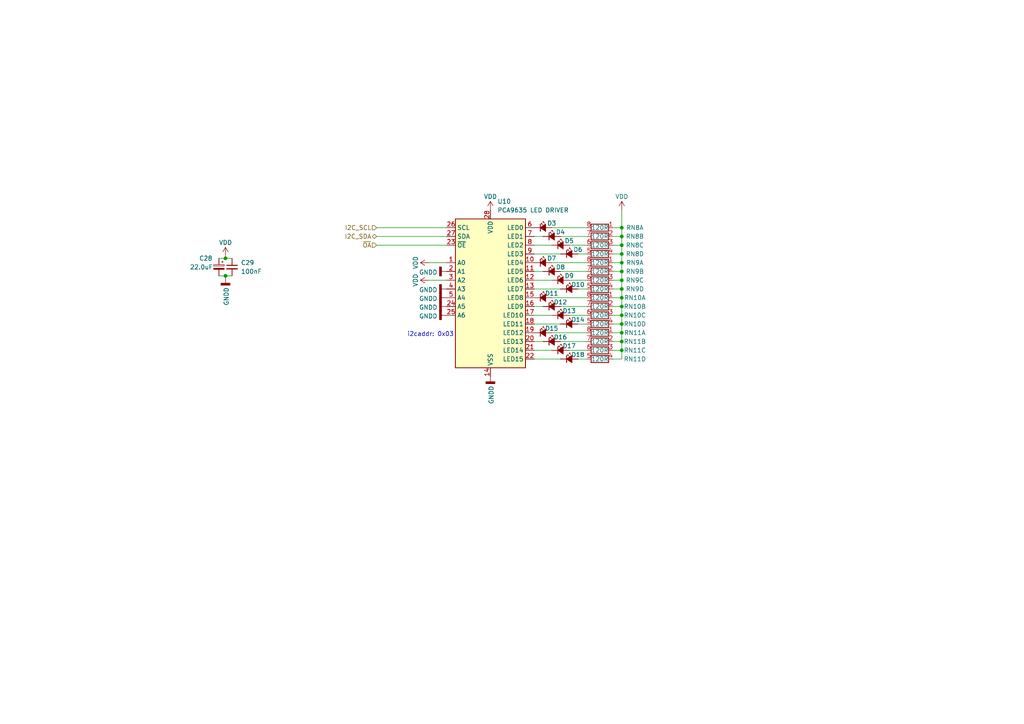
<source format=kicad_sch>
(kicad_sch (version 20250114) (generator "eeschema") (generator_version "9.0")
  (paper "A4")
  (lib_symbols
    (symbol "Device:C_Polarized_Small" (pin_numbers (hide yes)) (pin_names (offset 0.254) (hide yes))
      (property "Reference" "C" (at 0.254 1.778 0))
      (property "Value" "C_Polarized_Small" (at 0.254 -2.032 0))
      (symbol "C_Polarized_Small_0_1"
        (rectangle (start -1.524 0.6858) (end 1.524 0.3048))
        (rectangle (start -1.524 -0.3048) (end 1.524 -0.6858) (fill (type outline)))
        (polyline (pts (xy -1.27 1.524) (xy -0.762 1.524)))
        (polyline (pts (xy -1.016 1.27) (xy -1.016 1.778)))
      )
      (symbol "C_Polarized_Small_1_1"
        (pin passive line (at 0 2.54 270) (length 1.8542) (name "~") (number "1"))
        (pin passive line (at 0 -2.54 90) (length 1.8542) (name "~") (number "2"))
      )
    )
    (symbol "Device:C_Small" (pin_numbers (hide yes)) (pin_names (offset 0.254) (hide yes))
      (property "Reference" "C" (at 0.254 1.778 0))
      (property "Value" "C_Small" (at 0.254 -2.032 0))
      (symbol "C_Small_0_1"
        (polyline (pts (xy -1.524 0.508) (xy 1.524 0.508)) (stroke (width 0.3048)))
        (polyline (pts (xy -1.524 -0.508) (xy 1.524 -0.508)) (stroke (width 0.3302)))
      )
      (symbol "C_Small_1_1"
        (pin passive line (at 0 2.54 270) (length 2.032) (name "~") (number "1"))
        (pin passive line (at 0 -2.54 90) (length 2.032) (name "~") (number "2"))
      )
    )
    (symbol "Device:LED_Small_Filled" (pin_numbers (hide yes)) (pin_names (offset 0.254) (hide yes))
      (property "Reference" "D" (at -1.27 3.175 0))
      (property "Value" "LED_Small_Filled" (at -4.445 -2.54 0))
      (symbol "LED_Small_Filled_0_1"
        (polyline (pts (xy -0.762 -1.016) (xy -0.762 1.016)) (stroke (width 0.254)))
        (polyline (pts (xy 0 0.762) (xy -0.508 1.27) (xy -0.254 1.27) (xy -0.508 1.27) (xy -0.508 1.016)))
        (polyline (pts (xy 0.508 1.27) (xy 0 1.778) (xy 0.254 1.778) (xy 0 1.778) (xy 0 1.524)))
        (polyline (pts (xy 0.762 -1.016) (xy -0.762 0) (xy 0.762 1.016) (xy 0.762 -1.016)) (stroke (width 0.254)) (fill (type outline)))
        (polyline (pts (xy 1.016 0) (xy -0.762 0)))
      )
      (symbol "LED_Small_Filled_1_1"
        (pin passive line (at -2.54 0 0) (length 1.778) (name "K") (number "1"))
        (pin passive line (at 2.54 0 180) (length 1.778) (name "A") (number "2"))
      )
    )
    (symbol "Device:R_Pack04_Split" (pin_names (offset 0) (hide yes))
      (property "Reference" "RN" (at 2.032 0 90))
      (property "Value" "R_Pack04_Split" (at 0 0 90))
      (symbol "R_Pack04_Split_0_1"
        (rectangle (start 1.016 2.54) (end -1.016 -2.54) (stroke (width 0.254)))
      )
      (symbol "R_Pack04_Split_1_1"
        (pin passive line (at 0 3.81 270) (length 1.27) (name "R1.2") (number "8"))
        (pin passive line (at 0 -3.81 90) (length 1.27) (name "R1.1") (number "1"))
      )
      (symbol "R_Pack04_Split_2_1"
        (pin passive line (at 0 3.81 270) (length 1.27) (name "R2.2") (number "7"))
        (pin passive line (at 0 -3.81 90) (length 1.27) (name "R2.1") (number "2"))
      )
      (symbol "R_Pack04_Split_3_1"
        (pin passive line (at 0 3.81 270) (length 1.27) (name "R3.2") (number "6"))
        (pin passive line (at 0 -3.81 90) (length 1.27) (name "R3.1") (number "3"))
      )
      (symbol "R_Pack04_Split_4_1"
        (pin passive line (at 0 3.81 270) (length 1.27) (name "R4.2") (number "5"))
        (pin passive line (at 0 -3.81 90) (length 1.27) (name "R4.1") (number "4"))
      )
    )
    (symbol "Driver_LED:PCA9635"
      (property "Reference" "U" (at -10.16 24.13 0))
      (property "Value" "PCA9635" (at 2.54 -21.59 0))
      (symbol "PCA9635_0_1"
        (rectangle (start -10.16 22.86) (end 10.16 -20.32) (stroke (width 0.254)) (fill (type background)))
      )
      (symbol "PCA9635_1_1"
        (pin input line (at -12.7 20.32 0) (length 2.54) (name "SCL") (number "26"))
        (pin bidirectional line (at -12.7 17.78 0) (length 2.54) (name "SDA") (number "27"))
        (pin input line (at -12.7 15.24 0) (length 2.54) (name "~{OE}") (number "23"))
        (pin input line (at -12.7 10.16 0) (length 2.54) (name "A0") (number "1"))
        (pin input line (at -12.7 7.62 0) (length 2.54) (name "A1") (number "2"))
        (pin input line (at -12.7 5.08 0) (length 2.54) (name "A2") (number "3"))
        (pin input line (at -12.7 2.54 0) (length 2.54) (name "A3") (number "4"))
        (pin input line (at -12.7 0 0) (length 2.54) (name "A4") (number "5"))
        (pin input line (at -12.7 -2.54 0) (length 2.54) (name "A5") (number "24"))
        (pin input line (at -12.7 -5.08 0) (length 2.54) (name "A6") (number "25"))
        (pin power_in line (at 0 25.4 270) (length 2.54) (name "VDD") (number "28"))
        (pin power_in line (at 0 -22.86 90) (length 2.54) (name "VSS") (number "14"))
        (pin output line (at 12.7 20.32 180) (length 2.54) (name "LED0") (number "6"))
        (pin output line (at 12.7 17.78 180) (length 2.54) (name "LED1") (number "7"))
        (pin output line (at 12.7 15.24 180) (length 2.54) (name "LED2") (number "8"))
        (pin output line (at 12.7 12.7 180) (length 2.54) (name "LED3") (number "9"))
        (pin output line (at 12.7 10.16 180) (length 2.54) (name "LED4") (number "10"))
        (pin output line (at 12.7 7.62 180) (length 2.54) (name "LED5") (number "11"))
        (pin output line (at 12.7 5.08 180) (length 2.54) (name "LED6") (number "12"))
        (pin output line (at 12.7 2.54 180) (length 2.54) (name "LED7") (number "13"))
        (pin output line (at 12.7 0 180) (length 2.54) (name "LED8") (number "15"))
        (pin output line (at 12.7 -2.54 180) (length 2.54) (name "LED9") (number "16"))
        (pin output line (at 12.7 -5.08 180) (length 2.54) (name "LED10") (number "17"))
        (pin output line (at 12.7 -7.62 180) (length 2.54) (name "LED11") (number "18"))
        (pin output line (at 12.7 -10.16 180) (length 2.54) (name "LED12") (number "19"))
        (pin output line (at 12.7 -12.7 180) (length 2.54) (name "LED13") (number "20"))
        (pin output line (at 12.7 -15.24 180) (length 2.54) (name "LED14") (number "21"))
        (pin output line (at 12.7 -17.78 180) (length 2.54) (name "LED15") (number "22"))
      )
    )
    (symbol "power:GNDD" (power) (pin_names (offset 0))
      (property "Value" "GNDD" (at 0 -3.175 0))
      (symbol "GNDD_0_1"
        (rectangle (start -1.27 -1.524) (end 1.27 -2.032) (stroke (width 0.254)) (fill (type outline)))
        (polyline (pts (xy 0 0) (xy 0 -1.524)))
      )
      (symbol "GNDD_1_1"
        (pin power_in line (at 0 0 270) (length 0) (hide yes) (name "GNDD") (number "1"))
      )
    )
    (symbol "power:VDD" (power) (pin_names (offset 0))
      (property "Value" "VDD" (at 0 3.81 0))
      (symbol "VDD_0_1"
        (polyline (pts (xy -0.762 1.27) (xy 0 2.54)))
        (polyline (pts (xy 0 2.54) (xy 0.762 1.27)))
        (polyline (pts (xy 0 0) (xy 0 2.54)))
      )
      (symbol "VDD_1_1"
        (pin power_in line (at 0 0 90) (length 0) (hide yes) (name "VDD") (number "1"))
      )
    )
  )
  (text "i2caddr: 0x03" (at 118.11 97.79 0) (effects (font (size 1.27 1.27)) (justify left bottom)))
  (junction (at 180.34 78.74))
  (junction (at 180.34 99.06))
  (junction (at 180.34 76.2))
  (junction (at 180.34 68.58))
  (junction (at 180.34 81.28))
  (junction (at 180.34 66.04))
  (junction (at 180.34 83.82))
  (junction (at 180.34 101.6))
  (junction (at 180.34 86.36))
  (junction (at 65.405 80.01))
  (junction (at 180.34 88.9))
  (junction (at 180.34 96.52))
  (junction (at 180.34 91.44))
  (junction (at 65.405 74.93))
  (junction (at 180.34 73.66))
  (junction (at 180.34 93.98))
  (junction (at 180.34 71.12))
  (wire (pts (xy 180.34 71.12) (xy 180.34 73.66)))
  (wire (pts (xy 165.1 91.44) (xy 170.18 91.44)))
  (wire (pts (xy 124.46 81.28) (xy 129.54 81.28)))
  (wire (pts (xy 180.34 88.9) (xy 180.34 91.44)))
  (wire (pts (xy 180.34 73.66) (xy 180.34 76.2)))
  (wire (pts (xy 177.8 81.28) (xy 180.34 81.28)))
  (wire (pts (xy 167.64 83.82) (xy 170.18 83.82)))
  (wire (pts (xy 180.34 78.74) (xy 180.34 81.28)))
  (wire (pts (xy 65.405 74.295) (xy 65.405 74.93)))
  (wire (pts (xy 154.94 101.6) (xy 160.02 101.6)))
  (wire (pts (xy 177.8 71.12) (xy 180.34 71.12)))
  (wire (pts (xy 180.34 66.04) (xy 180.34 68.58)))
  (wire (pts (xy 109.22 71.12) (xy 129.54 71.12)))
  (wire (pts (xy 177.8 99.06) (xy 180.34 99.06)))
  (wire (pts (xy 180.34 104.14) (xy 177.8 104.14)))
  (wire (pts (xy 154.94 99.06) (xy 157.48 99.06)))
  (wire (pts (xy 177.8 68.58) (xy 180.34 68.58)))
  (wire (pts (xy 65.405 74.93) (xy 67.31 74.93)))
  (wire (pts (xy 180.34 101.6) (xy 180.34 104.14)))
  (wire (pts (xy 177.8 78.74) (xy 180.34 78.74)))
  (wire (pts (xy 180.34 76.2) (xy 180.34 78.74)))
  (wire (pts (xy 180.34 86.36) (xy 180.34 88.9)))
  (wire (pts (xy 177.8 96.52) (xy 180.34 96.52)))
  (wire (pts (xy 160.02 66.04) (xy 170.18 66.04)))
  (wire (pts (xy 154.94 81.28) (xy 160.02 81.28)))
  (wire (pts (xy 177.8 83.82) (xy 180.34 83.82)))
  (wire (pts (xy 154.94 104.14) (xy 162.56 104.14)))
  (wire (pts (xy 65.405 80.01) (xy 67.31 80.01)))
  (wire (pts (xy 165.1 101.6) (xy 170.18 101.6)))
  (wire (pts (xy 177.8 66.04) (xy 180.34 66.04)))
  (wire (pts (xy 180.34 99.06) (xy 180.34 101.6)))
  (wire (pts (xy 177.8 91.44) (xy 180.34 91.44)))
  (wire (pts (xy 162.56 99.06) (xy 170.18 99.06)))
  (wire (pts (xy 180.34 83.82) (xy 180.34 86.36)))
  (wire (pts (xy 63.5 74.93) (xy 65.405 74.93)))
  (wire (pts (xy 63.5 80.01) (xy 65.405 80.01)))
  (wire (pts (xy 167.64 93.98) (xy 170.18 93.98)))
  (wire (pts (xy 177.8 73.66) (xy 180.34 73.66)))
  (wire (pts (xy 177.8 88.9) (xy 180.34 88.9)))
  (wire (pts (xy 167.64 73.66) (xy 170.18 73.66)))
  (wire (pts (xy 154.94 71.12) (xy 160.02 71.12)))
  (wire (pts (xy 180.34 93.98) (xy 180.34 96.52)))
  (wire (pts (xy 154.94 88.9) (xy 157.48 88.9)))
  (wire (pts (xy 180.34 91.44) (xy 180.34 93.98)))
  (wire (pts (xy 154.94 68.58) (xy 157.48 68.58)))
  (wire (pts (xy 124.46 76.2) (xy 129.54 76.2)))
  (wire (pts (xy 154.94 93.98) (xy 162.56 93.98)))
  (wire (pts (xy 165.1 71.12) (xy 170.18 71.12)))
  (wire (pts (xy 180.34 60.96) (xy 180.34 66.04)))
  (wire (pts (xy 154.94 73.66) (xy 162.56 73.66)))
  (wire (pts (xy 177.8 86.36) (xy 180.34 86.36)))
  (wire (pts (xy 167.64 104.14) (xy 170.18 104.14)))
  (wire (pts (xy 162.56 78.74) (xy 170.18 78.74)))
  (wire (pts (xy 160.02 96.52) (xy 170.18 96.52)))
  (wire (pts (xy 109.22 68.58) (xy 129.54 68.58)))
  (wire (pts (xy 160.02 86.36) (xy 170.18 86.36)))
  (wire (pts (xy 154.94 83.82) (xy 162.56 83.82)))
  (wire (pts (xy 109.22 66.04) (xy 129.54 66.04)))
  (wire (pts (xy 154.94 78.74) (xy 157.48 78.74)))
  (wire (pts (xy 177.8 76.2) (xy 180.34 76.2)))
  (wire (pts (xy 177.8 93.98) (xy 180.34 93.98)))
  (wire (pts (xy 154.94 91.44) (xy 160.02 91.44)))
  (wire (pts (xy 65.405 80.01) (xy 65.405 80.645)))
  (wire (pts (xy 160.02 76.2) (xy 170.18 76.2)))
  (wire (pts (xy 180.34 81.28) (xy 180.34 83.82)))
  (wire (pts (xy 180.34 68.58) (xy 180.34 71.12)))
  (wire (pts (xy 180.34 96.52) (xy 180.34 99.06)))
  (wire (pts (xy 165.1 81.28) (xy 170.18 81.28)))
  (wire (pts (xy 162.56 88.9) (xy 170.18 88.9)))
  (wire (pts (xy 177.8 101.6) (xy 180.34 101.6)))
  (wire (pts (xy 162.56 68.58) (xy 170.18 68.58)))
  (hierarchical_label "I2C_SCL" (shape input) (at 109.22 66.04 180))
  (hierarchical_label "~{OA}" (shape input) (at 109.22 71.12 180))
  (hierarchical_label "I2C_SDA" (shape bidirectional) (at 109.22 68.58 180))
  (symbol (lib_id "Device:LED_Small_Filled") (at 162.56 101.6 0) (unit 1)
    (property "Reference" "D17" (at 165.1 100.33 0))
    (property "Value" "LED 0402 GREEN" (effects (hide yes)))
    (property "Footprint" "LED_SMD:LED_0402_1005Metric" (effects (hide yes)))
    (property "Datasheet" "https://datasheet.lcsc.com/lcsc/2211021630_XINGLIGHT-XL-1005UGC_C2856703.pdf" (effects (hide yes)))
    (property "lcsc#" "C2856703" (effects (hide yes)))
    (property "mfg#" "XL-1005UGC" (effects (hide yes)))
  )
  (symbol (lib_id "Device:LED_Small_Filled") (at 160.02 68.58 0) (unit 1)
    (property "Reference" "D4" (at 162.56 67.31 0))
    (property "Value" "LED 0402 RED" (effects (hide yes)))
    (property "Footprint" "LED_SMD:LED_0402_1005Metric" (effects (hide yes)))
    (property "Datasheet" "https://datasheet.lcsc.com/lcsc/2211030000_XINGLIGHT-XL-1005SURC_C965790.pdf" (effects (hide yes)))
    (property "lcsc#" "C965790" (effects (hide yes)))
    (property "mfg#" "XL-1005SURC" (effects (hide yes)))
  )
  (symbol (lib_id "Device:LED_Small_Filled") (at 157.48 86.36 0) (unit 1)
    (property "Reference" "D11" (at 160.02 85.09 0))
    (property "Value" "LED 0402 GREEN" (effects (hide yes)))
    (property "Footprint" "LED_SMD:LED_0402_1005Metric" (effects (hide yes)))
    (property "Datasheet" "https://datasheet.lcsc.com/lcsc/2211021630_XINGLIGHT-XL-1005UGC_C2856703.pdf" (effects (hide yes)))
    (property "lcsc#" "C2856703" (effects (hide yes)))
    (property "mfg#" "XL-1005UGC" (effects (hide yes)))
  )
  (symbol (lib_id "Device:LED_Small_Filled") (at 162.56 71.12 0) (unit 1)
    (property "Reference" "D5" (at 165.1 69.85 0))
    (property "Value" "LED 0402 GREEN" (effects (hide yes)))
    (property "Footprint" "LED_SMD:LED_0402_1005Metric" (effects (hide yes)))
    (property "Datasheet" "https://datasheet.lcsc.com/lcsc/2211021630_XINGLIGHT-XL-1005UGC_C2856703.pdf" (effects (hide yes)))
    (property "lcsc#" "C2856703" (effects (hide yes)))
    (property "mfg#" "XL-1005UGC" (effects (hide yes)))
  )
  (symbol (lib_id "Driver_LED:PCA9635") (at 142.24 86.36 0) (unit 1)
    (property "Reference" "U10" (at 144.2594 58.42 0) (effects (justify left)))
    (property "Value" "PCA9635 LED DRIVER" (at 144.2594 60.96 0) (effects (justify left)))
    (property "Footprint" "Package_SO:TSSOP-28_4.4x9.7mm_P0.65mm" (effects (hide yes)))
    (property "Datasheet" "https://www.nxp.com/docs/en/data-sheet/PCA9635.pdf" (effects (hide yes)))
    (property "lcsc#" "C110795" (effects (hide yes)))
    (property "dig#" "568-4067-1-ND" (effects (hide yes)))
    (property "mfg#" "PCA9635PW,118" (effects (hide yes)))
  )
  (symbol (lib_id "Device:R_Pack04_Split") (at 173.99 96.52 90) (unit 1)
    (property "Reference" "RN11" (at 184.15 96.52 90))
    (property "Value" "120R" (at 173.99 96.52 90))
    (property "Footprint" "Resistor_SMD:R_Array_Convex_4x0402" (effects (hide yes)))
    (property "Datasheet" "https://datasheet.lcsc.com/lcsc/1811141242_YAGEO-YC124-JR-07100RL_C326873.pdf" (effects (hide yes)))
    (property "mfg#" "YC124-JR-07120RL" (effects (hide yes)))
    (property "lcsc#" "C326871" (effects (hide yes)))
  )
  (symbol (lib_id "power:GNDD") (at 129.54 88.9 270) (unit 1)
    (property "Reference" "#PWR0111" (effects (hide yes)))
    (property "Value" "GNDD" (at 124.206 89.154 90))
  )
  (symbol (lib_id "Device:LED_Small_Filled") (at 165.1 93.98 0) (unit 1)
    (property "Reference" "D14" (at 167.64 92.71 0))
    (property "Value" "LED 0402 RED" (effects (hide yes)))
    (property "Footprint" "LED_SMD:LED_0402_1005Metric" (effects (hide yes)))
    (property "Datasheet" "https://datasheet.lcsc.com/lcsc/2211030000_XINGLIGHT-XL-1005SURC_C965790.pdf" (effects (hide yes)))
    (property "lcsc#" "C965790" (effects (hide yes)))
    (property "mfg#" "XL-1005SURC" (effects (hide yes)))
  )
  (symbol (lib_id "Device:LED_Small_Filled") (at 157.48 96.52 0) (unit 1)
    (property "Reference" "D15" (at 160.02 95.25 0))
    (property "Value" "LED 0402 GREEN" (effects (hide yes)))
    (property "Footprint" "LED_SMD:LED_0402_1005Metric" (effects (hide yes)))
    (property "Datasheet" "https://datasheet.lcsc.com/lcsc/2211021630_XINGLIGHT-XL-1005UGC_C2856703.pdf" (effects (hide yes)))
    (property "lcsc#" "C2856703" (effects (hide yes)))
    (property "mfg#" "XL-1005UGC" (effects (hide yes)))
  )
  (symbol (lib_id "power:GNDD") (at 65.405 80.645 0) (unit 1)
    (property "Reference" "#PWR049" (effects (hide yes)))
    (property "Value" "GNDD" (at 65.659 85.979 90))
  )
  (symbol (lib_id "power:GNDD") (at 129.54 83.82 270) (unit 1)
    (property "Reference" "#PWR0109" (effects (hide yes)))
    (property "Value" "GNDD" (at 124.206 84.074 90))
  )
  (symbol (lib_id "Device:R_Pack04_Split") (at 173.99 86.36 90) (unit 1)
    (property "Reference" "RN10" (at 184.15 86.36 90))
    (property "Value" "120R" (at 173.99 86.36 90))
    (property "Footprint" "Resistor_SMD:R_Array_Convex_4x0402" (effects (hide yes)))
    (property "Datasheet" "https://datasheet.lcsc.com/lcsc/1811141242_YAGEO-YC124-JR-07100RL_C326873.pdf" (effects (hide yes)))
    (property "mfg#" "YC124-JR-07120RL" (effects (hide yes)))
    (property "lcsc#" "C326871" (effects (hide yes)))
  )
  (symbol (lib_id "power:VDD") (at 142.24 60.96 0) (unit 1)
    (property "Reference" "#PWR0102" (effects (hide yes)))
    (property "Value" "VDD" (at 142.24 57.023 0))
  )
  (symbol (lib_id "Device:R_Pack04_Split") (at 173.99 76.2 90) (unit 1)
    (property "Reference" "RN9" (at 184.15 76.2 90))
    (property "Value" "120R" (at 173.99 76.2 90))
    (property "Footprint" "Resistor_SMD:R_Array_Convex_4x0402" (effects (hide yes)))
    (property "Datasheet" "https://datasheet.lcsc.com/lcsc/1811141242_YAGEO-YC124-JR-07100RL_C326873.pdf" (effects (hide yes)))
    (property "mfg#" "YC124-JR-07120RL" (effects (hide yes)))
    (property "lcsc#" "C326871" (effects (hide yes)))
  )
  (symbol (lib_id "Device:LED_Small_Filled") (at 157.48 76.2 0) (unit 1)
    (property "Reference" "D7" (at 160.02 74.93 0))
    (property "Value" "LED 0402 GREEN" (effects (hide yes)))
    (property "Footprint" "LED_SMD:LED_0402_1005Metric" (effects (hide yes)))
    (property "Datasheet" "https://datasheet.lcsc.com/lcsc/2211021630_XINGLIGHT-XL-1005UGC_C2856703.pdf" (effects (hide yes)))
    (property "lcsc#" "C2856703" (effects (hide yes)))
    (property "mfg#" "XL-1005UGC" (effects (hide yes)))
  )
  (symbol (lib_id "Device:LED_Small_Filled") (at 165.1 83.82 0) (unit 1)
    (property "Reference" "D10" (at 167.64 82.55 0))
    (property "Value" "LED 0402 RED" (effects (hide yes)))
    (property "Footprint" "LED_SMD:LED_0402_1005Metric" (effects (hide yes)))
    (property "Datasheet" "https://datasheet.lcsc.com/lcsc/2211030000_XINGLIGHT-XL-1005SURC_C965790.pdf" (effects (hide yes)))
    (property "lcsc#" "C965790" (effects (hide yes)))
    (property "mfg#" "XL-1005SURC" (effects (hide yes)))
  )
  (symbol (lib_id "Device:LED_Small_Filled") (at 162.56 81.28 0) (unit 1)
    (property "Reference" "D9" (at 165.1 80.01 0))
    (property "Value" "LED 0402 GREEN" (effects (hide yes)))
    (property "Footprint" "LED_SMD:LED_0402_1005Metric" (effects (hide yes)))
    (property "Datasheet" "https://datasheet.lcsc.com/lcsc/2211021630_XINGLIGHT-XL-1005UGC_C2856703.pdf" (effects (hide yes)))
    (property "lcsc#" "C2856703" (effects (hide yes)))
    (property "mfg#" "XL-1005UGC" (effects (hide yes)))
  )
  (symbol (lib_id "Device:R_Pack04_Split") (at 173.99 104.14 90) (unit 4)
    (property "Reference" "RN11" (at 184.15 104.14 90))
    (property "Value" "120R" (at 173.99 104.14 90))
    (property "Footprint" "Resistor_SMD:R_Array_Convex_4x0402" (effects (hide yes)))
    (property "Datasheet" "https://datasheet.lcsc.com/lcsc/1811141242_YAGEO-YC124-JR-07100RL_C326873.pdf" (effects (hide yes)))
    (property "mfg#" "YC124-JR-07120RL" (effects (hide yes)))
    (property "lcsc#" "C326871" (effects (hide yes)))
  )
  (symbol (lib_id "power:GNDD") (at 129.54 86.36 270) (unit 1)
    (property "Reference" "#PWR0110" (effects (hide yes)))
    (property "Value" "GNDD" (at 124.206 86.614 90))
  )
  (symbol (lib_id "Device:LED_Small_Filled") (at 165.1 104.14 0) (unit 1)
    (property "Reference" "D18" (at 167.64 102.87 0))
    (property "Value" "LED 0402 RED" (effects (hide yes)))
    (property "Footprint" "LED_SMD:LED_0402_1005Metric" (effects (hide yes)))
    (property "Datasheet" "https://datasheet.lcsc.com/lcsc/2211030000_XINGLIGHT-XL-1005SURC_C965790.pdf" (effects (hide yes)))
    (property "lcsc#" "C965790" (effects (hide yes)))
    (property "mfg#" "XL-1005SURC" (effects (hide yes)))
  )
  (symbol (lib_id "Device:R_Pack04_Split") (at 173.99 83.82 90) (unit 4)
    (property "Reference" "RN9" (at 184.15 83.82 90))
    (property "Value" "120R" (at 173.99 83.82 90))
    (property "Footprint" "Resistor_SMD:R_Array_Convex_4x0402" (effects (hide yes)))
    (property "Datasheet" "https://datasheet.lcsc.com/lcsc/1811141242_YAGEO-YC124-JR-07100RL_C326873.pdf" (effects (hide yes)))
    (property "mfg#" "YC124-JR-07120RL" (effects (hide yes)))
    (property "lcsc#" "C326871" (effects (hide yes)))
  )
  (symbol (lib_id "Device:C_Small") (at 67.31 77.47 0) (unit 1)
    (property "Reference" "C29" (at 69.85 76.2062 0) (effects (justify left)))
    (property "Value" "100nF" (at 69.85 78.7462 0) (effects (justify left)))
    (property "Footprint" "Capacitor_SMD:C_0603_1608Metric" (effects (hide yes)))
    (property "Datasheet" "https://datasheet.lcsc.com/lcsc/1912111437_TDK-C1608X7R1E104KT000N_C338036.pdf" (effects (hide yes)))
    (property "lcsc#" "C338036" (effects (hide yes)))
    (property "mfg#" "C1608X7R1E104KT000N" (effects (hide yes)))
  )
  (symbol (lib_id "Device:R_Pack04_Split") (at 173.99 66.04 90) (unit 1)
    (property "Reference" "RN8" (at 184.15 66.04 90))
    (property "Value" "120R" (at 173.99 66.04 90))
    (property "Footprint" "Resistor_SMD:R_Array_Convex_4x0402" (effects (hide yes)))
    (property "Datasheet" "https://datasheet.lcsc.com/lcsc/1811141242_YAGEO-YC124-JR-07100RL_C326873.pdf" (effects (hide yes)))
    (property "mfg#" "YC124-JR-07120RL" (effects (hide yes)))
    (property "lcsc#" "C326871" (effects (hide yes)))
  )
  (symbol (lib_id "Device:R_Pack04_Split") (at 173.99 93.98 90) (unit 4)
    (property "Reference" "RN10" (at 184.15 93.98 90))
    (property "Value" "120R" (at 173.99 93.98 90))
    (property "Footprint" "Resistor_SMD:R_Array_Convex_4x0402" (effects (hide yes)))
    (property "Datasheet" "https://datasheet.lcsc.com/lcsc/1811141242_YAGEO-YC124-JR-07100RL_C326873.pdf" (effects (hide yes)))
    (property "mfg#" "YC124-JR-07120RL" (effects (hide yes)))
    (property "lcsc#" "C326871" (effects (hide yes)))
  )
  (symbol (lib_id "Device:LED_Small_Filled") (at 160.02 99.06 0) (unit 1)
    (property "Reference" "D16" (at 162.56 97.79 0))
    (property "Value" "LED 0402 RED" (effects (hide yes)))
    (property "Footprint" "LED_SMD:LED_0402_1005Metric" (effects (hide yes)))
    (property "Datasheet" "https://datasheet.lcsc.com/lcsc/2211030000_XINGLIGHT-XL-1005SURC_C965790.pdf" (effects (hide yes)))
    (property "lcsc#" "C965790" (effects (hide yes)))
    (property "mfg#" "XL-1005SURC" (effects (hide yes)))
  )
  (symbol (lib_id "Device:R_Pack04_Split") (at 173.99 101.6 90) (unit 3)
    (property "Reference" "RN11" (at 184.15 101.6 90))
    (property "Value" "120R" (at 173.99 101.6 90))
    (property "Footprint" "Resistor_SMD:R_Array_Convex_4x0402" (effects (hide yes)))
    (property "Datasheet" "https://datasheet.lcsc.com/lcsc/1811141242_YAGEO-YC124-JR-07100RL_C326873.pdf" (effects (hide yes)))
    (property "mfg#" "YC124-JR-07120RL" (effects (hide yes)))
    (property "lcsc#" "C326871" (effects (hide yes)))
  )
  (symbol (lib_id "power:VDD") (at 124.46 81.28 90) (unit 1)
    (property "Reference" "#PWR0108" (effects (hide yes)))
    (property "Value" "VDD" (at 120.523 81.28 0))
  )
  (symbol (lib_id "power:VDD") (at 180.34 60.96 0) (unit 1)
    (property "Reference" "#PWR0103" (effects (hide yes)))
    (property "Value" "VDD" (at 180.34 57.023 0))
  )
  (symbol (lib_id "Device:R_Pack04_Split") (at 173.99 68.58 90) (unit 2)
    (property "Reference" "RN8" (at 184.15 68.58 90))
    (property "Value" "120R" (at 173.99 68.58 90))
    (property "Footprint" "Resistor_SMD:R_Array_Convex_4x0402" (effects (hide yes)))
    (property "Datasheet" "https://datasheet.lcsc.com/lcsc/1811141242_YAGEO-YC124-JR-07100RL_C326873.pdf" (effects (hide yes)))
    (property "mfg#" "YC124-JR-07120RL" (effects (hide yes)))
    (property "lcsc#" "C326871" (effects (hide yes)))
  )
  (symbol (lib_id "Device:R_Pack04_Split") (at 173.99 88.9 90) (unit 2)
    (property "Reference" "RN10" (at 184.15 88.9 90))
    (property "Value" "120R" (at 173.99 88.9 90))
    (property "Footprint" "Resistor_SMD:R_Array_Convex_4x0402" (effects (hide yes)))
    (property "Datasheet" "https://datasheet.lcsc.com/lcsc/1811141242_YAGEO-YC124-JR-07100RL_C326873.pdf" (effects (hide yes)))
    (property "mfg#" "YC124-JR-07120RL" (effects (hide yes)))
    (property "lcsc#" "C326871" (effects (hide yes)))
  )
  (symbol (lib_id "Device:R_Pack04_Split") (at 173.99 78.74 90) (unit 2)
    (property "Reference" "RN9" (at 184.15 78.74 90))
    (property "Value" "120R" (at 173.99 78.74 90))
    (property "Footprint" "Resistor_SMD:R_Array_Convex_4x0402" (effects (hide yes)))
    (property "Datasheet" "https://datasheet.lcsc.com/lcsc/1811141242_YAGEO-YC124-JR-07100RL_C326873.pdf" (effects (hide yes)))
    (property "mfg#" "YC124-JR-07120RL" (effects (hide yes)))
    (property "lcsc#" "C326871" (effects (hide yes)))
  )
  (symbol (lib_id "power:GNDD") (at 129.54 91.44 270) (unit 1)
    (property "Reference" "#PWR0112" (effects (hide yes)))
    (property "Value" "GNDD" (at 124.206 91.694 90))
  )
  (symbol (lib_id "power:GNDD") (at 142.24 109.22 0) (unit 1)
    (property "Reference" "#PWR0113" (effects (hide yes)))
    (property "Value" "GNDD" (at 142.494 114.554 90))
  )
  (symbol (lib_id "Device:LED_Small_Filled") (at 162.56 91.44 0) (unit 1)
    (property "Reference" "D13" (at 165.1 90.17 0))
    (property "Value" "LED 0402 GREEN" (effects (hide yes)))
    (property "Footprint" "LED_SMD:LED_0402_1005Metric" (effects (hide yes)))
    (property "Datasheet" "https://datasheet.lcsc.com/lcsc/2211021630_XINGLIGHT-XL-1005UGC_C2856703.pdf" (effects (hide yes)))
    (property "lcsc#" "C2856703" (effects (hide yes)))
    (property "mfg#" "XL-1005UGC" (effects (hide yes)))
  )
  (symbol (lib_id "Device:R_Pack04_Split") (at 173.99 99.06 90) (unit 2)
    (property "Reference" "RN11" (at 184.15 99.06 90))
    (property "Value" "120R" (at 173.99 99.06 90))
    (property "Footprint" "Resistor_SMD:R_Array_Convex_4x0402" (effects (hide yes)))
    (property "Datasheet" "https://datasheet.lcsc.com/lcsc/1811141242_YAGEO-YC124-JR-07100RL_C326873.pdf" (effects (hide yes)))
    (property "mfg#" "YC124-JR-07120RL" (effects (hide yes)))
    (property "lcsc#" "C326871" (effects (hide yes)))
  )
  (symbol (lib_id "Device:LED_Small_Filled") (at 160.02 88.9 0) (unit 1)
    (property "Reference" "D12" (at 162.56 87.63 0))
    (property "Value" "LED 0402 RED" (effects (hide yes)))
    (property "Footprint" "LED_SMD:LED_0402_1005Metric" (effects (hide yes)))
    (property "Datasheet" "https://datasheet.lcsc.com/lcsc/2211030000_XINGLIGHT-XL-1005SURC_C965790.pdf" (effects (hide yes)))
    (property "lcsc#" "C965790" (effects (hide yes)))
    (property "mfg#" "XL-1005SURC" (effects (hide yes)))
  )
  (symbol (lib_id "Device:LED_Small_Filled") (at 165.1 73.66 0) (unit 1)
    (property "Reference" "D6" (at 167.64 72.39 0))
    (property "Value" "LED 0402 RED" (effects (hide yes)))
    (property "Footprint" "LED_SMD:LED_0402_1005Metric" (effects (hide yes)))
    (property "Datasheet" "https://datasheet.lcsc.com/lcsc/2211030000_XINGLIGHT-XL-1005SURC_C965790.pdf" (effects (hide yes)))
    (property "lcsc#" "C965790" (effects (hide yes)))
    (property "mfg#" "XL-1005SURC" (effects (hide yes)))
  )
  (symbol (lib_id "Device:R_Pack04_Split") (at 173.99 73.66 90) (unit 4)
    (property "Reference" "RN8" (at 184.15 73.66 90))
    (property "Value" "120R" (at 173.99 73.66 90))
    (property "Footprint" "Resistor_SMD:R_Array_Convex_4x0402" (effects (hide yes)))
    (property "Datasheet" "https://datasheet.lcsc.com/lcsc/1811141242_YAGEO-YC124-JR-07100RL_C326873.pdf" (effects (hide yes)))
    (property "mfg#" "YC124-JR-07120RL" (effects (hide yes)))
    (property "lcsc#" "C326871" (effects (hide yes)))
  )
  (symbol (lib_id "power:GNDD") (at 129.54 78.74 270) (unit 1)
    (property "Reference" "#PWR0106" (effects (hide yes)))
    (property "Value" "GNDD" (at 124.206 78.994 90))
  )
  (symbol (lib_id "power:VDD") (at 65.405 74.295 0) (unit 1)
    (property "Reference" "#PWR0104" (effects (hide yes)))
    (property "Value" "VDD" (at 65.405 70.358 0))
  )
  (symbol (lib_id "power:VDD") (at 124.46 76.2 90) (unit 1)
    (property "Reference" "#PWR0105" (effects (hide yes)))
    (property "Value" "VDD" (at 120.523 76.2 0))
  )
  (symbol (lib_id "Device:R_Pack04_Split") (at 173.99 81.28 90) (unit 3)
    (property "Reference" "RN9" (at 184.15 81.28 90))
    (property "Value" "120R" (at 173.99 81.28 90))
    (property "Footprint" "Resistor_SMD:R_Array_Convex_4x0402" (effects (hide yes)))
    (property "Datasheet" "https://datasheet.lcsc.com/lcsc/1811141242_YAGEO-YC124-JR-07100RL_C326873.pdf" (effects (hide yes)))
    (property "mfg#" "YC124-JR-07120RL" (effects (hide yes)))
    (property "lcsc#" "C326871" (effects (hide yes)))
  )
  (symbol (lib_id "Device:LED_Small_Filled") (at 160.02 78.74 0) (unit 1)
    (property "Reference" "D8" (at 162.56 77.47 0))
    (property "Value" "LED 0402 RED" (effects (hide yes)))
    (property "Footprint" "LED_SMD:LED_0402_1005Metric" (effects (hide yes)))
    (property "Datasheet" "https://datasheet.lcsc.com/lcsc/2211030000_XINGLIGHT-XL-1005SURC_C965790.pdf" (effects (hide yes)))
    (property "lcsc#" "C965790" (effects (hide yes)))
    (property "mfg#" "XL-1005SURC" (effects (hide yes)))
  )
  (symbol (lib_id "Device:LED_Small_Filled") (at 157.48 66.04 0) (unit 1)
    (property "Reference" "D3" (at 160.02 64.77 0))
    (property "Value" "LED 0402 GREEN" (effects (hide yes)))
    (property "Footprint" "LED_SMD:LED_0402_1005Metric" (effects (hide yes)))
    (property "Datasheet" "https://datasheet.lcsc.com/lcsc/2211021630_XINGLIGHT-XL-1005UGC_C2856703.pdf" (effects (hide yes)))
    (property "lcsc#" "C2856703" (effects (hide yes)))
    (property "mfg#" "XL-1005UGC" (effects (hide yes)))
  )
  (symbol (lib_id "Device:R_Pack04_Split") (at 173.99 71.12 90) (unit 3)
    (property "Reference" "RN8" (at 184.15 71.12 90))
    (property "Value" "120R" (at 173.99 71.12 90))
    (property "Footprint" "Resistor_SMD:R_Array_Convex_4x0402" (effects (hide yes)))
    (property "Datasheet" "https://datasheet.lcsc.com/lcsc/1811141242_YAGEO-YC124-JR-07100RL_C326873.pdf" (effects (hide yes)))
    (property "mfg#" "YC124-JR-07120RL" (effects (hide yes)))
    (property "lcsc#" "C326871" (effects (hide yes)))
  )
  (symbol (lib_id "Device:C_Polarized_Small") (at 63.5 77.47 0) (mirror y) (unit 1)
    (property "Reference" "C28" (at 59.69 74.93 0))
    (property "Value" "22.0uF" (at 58.42 77.47 0))
    (property "Footprint" "Capacitor_SMD:C_1206_3216Metric" (effects (hide yes)))
    (property "mfg#" "TLJA107M006R0800" (effects (hide yes)))
    (property "lcsc#" "C12891" (effects (hide yes)))
  )
  (symbol (lib_id "Device:R_Pack04_Split") (at 173.99 91.44 90) (unit 3)
    (property "Reference" "RN10" (at 184.15 91.44 90))
    (property "Value" "120R" (at 173.99 91.44 90))
    (property "Footprint" "Resistor_SMD:R_Array_Convex_4x0402" (effects (hide yes)))
    (property "Datasheet" "https://datasheet.lcsc.com/lcsc/1811141242_YAGEO-YC124-JR-07100RL_C326873.pdf" (effects (hide yes)))
    (property "mfg#" "YC124-JR-07120RL" (effects (hide yes)))
    (property "lcsc#" "C326871" (effects (hide yes)))
  )
)
</source>
